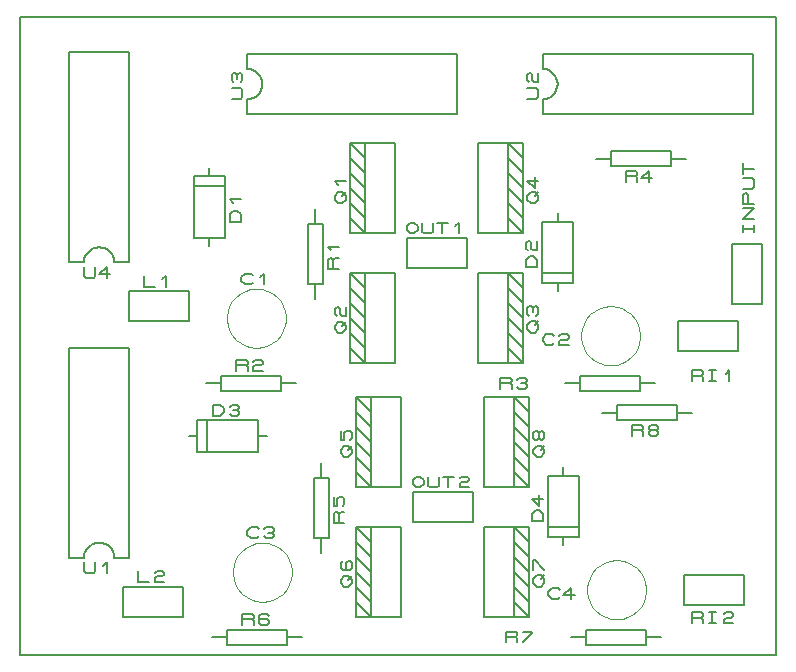
<source format=gbr>
G04 PROTEUS GERBER X2 FILE*
%TF.GenerationSoftware,Labcenter,Proteus,8.13-SP0-Build31525*%
%TF.CreationDate,2022-07-19T09:54:05+00:00*%
%TF.FileFunction,Legend,Top*%
%TF.FilePolarity,Positive*%
%TF.Part,Single*%
%TF.SameCoordinates,{6f39dd04-efa5-45c4-8082-559ce8106841}*%
%FSLAX45Y45*%
%MOMM*%
G01*
%TA.AperFunction,Material*%
%ADD19C,0.203200*%
%ADD70C,0.120000*%
%TA.AperFunction,Profile*%
%ADD18C,0.203200*%
%TD.AperFunction*%
D19*
X-6127000Y+8273000D02*
X-5619000Y+8273000D01*
X-5619000Y+8527000D01*
X-6127000Y+8527000D01*
X-6127000Y+8273000D01*
X-6127000Y+8628600D02*
X-6095250Y+8659080D01*
X-6063500Y+8659080D01*
X-6031750Y+8628600D01*
X-6031750Y+8598120D01*
X-6063500Y+8567640D01*
X-6095250Y+8567640D01*
X-6127000Y+8598120D01*
X-6127000Y+8628600D01*
X-6000000Y+8659080D02*
X-6000000Y+8582880D01*
X-5984125Y+8567640D01*
X-5920625Y+8567640D01*
X-5904750Y+8582880D01*
X-5904750Y+8659080D01*
X-5873000Y+8659080D02*
X-5777750Y+8659080D01*
X-5825375Y+8659080D02*
X-5825375Y+8567640D01*
X-5714250Y+8628600D02*
X-5682500Y+8659080D01*
X-5682500Y+8567640D01*
X-6477000Y+8569000D02*
X-6223000Y+8569000D01*
X-6223000Y+9331000D01*
X-6477000Y+9331000D01*
X-6477000Y+8569000D01*
X-6604000Y+8569000D01*
X-6604000Y+9331000D01*
X-6477000Y+9331000D01*
X-6477000Y+8569000D02*
X-6604000Y+8696000D01*
X-6477000Y+8696000D02*
X-6604000Y+8823000D01*
X-6477000Y+8823000D02*
X-6604000Y+8950000D01*
X-6477000Y+8950000D02*
X-6604000Y+9077000D01*
X-6477000Y+9077000D02*
X-6604000Y+9204000D01*
X-6477000Y+9204000D02*
X-6604000Y+9331000D01*
X-6705600Y+8823000D02*
X-6736080Y+8854750D01*
X-6736080Y+8886500D01*
X-6705600Y+8918250D01*
X-6675120Y+8918250D01*
X-6644640Y+8886500D01*
X-6644640Y+8854750D01*
X-6675120Y+8823000D01*
X-6705600Y+8823000D01*
X-6675120Y+8886500D02*
X-6644640Y+8918250D01*
X-6705600Y+8981750D02*
X-6736080Y+9013500D01*
X-6644640Y+9013500D01*
X-6477000Y+7469000D02*
X-6223000Y+7469000D01*
X-6223000Y+8231000D01*
X-6477000Y+8231000D01*
X-6477000Y+7469000D01*
X-6604000Y+7469000D01*
X-6604000Y+8231000D01*
X-6477000Y+8231000D01*
X-6477000Y+7469000D02*
X-6604000Y+7596000D01*
X-6477000Y+7596000D02*
X-6604000Y+7723000D01*
X-6477000Y+7723000D02*
X-6604000Y+7850000D01*
X-6477000Y+7850000D02*
X-6604000Y+7977000D01*
X-6477000Y+7977000D02*
X-6604000Y+8104000D01*
X-6477000Y+8104000D02*
X-6604000Y+8231000D01*
X-6705600Y+7723000D02*
X-6736080Y+7754750D01*
X-6736080Y+7786500D01*
X-6705600Y+7818250D01*
X-6675120Y+7818250D01*
X-6644640Y+7786500D01*
X-6644640Y+7754750D01*
X-6675120Y+7723000D01*
X-6705600Y+7723000D01*
X-6675120Y+7786500D02*
X-6644640Y+7818250D01*
X-6720840Y+7865875D02*
X-6736080Y+7881750D01*
X-6736080Y+7929375D01*
X-6720840Y+7945250D01*
X-6705600Y+7945250D01*
X-6690360Y+7929375D01*
X-6690360Y+7881750D01*
X-6675120Y+7865875D01*
X-6644640Y+7865875D01*
X-6644640Y+7945250D01*
X-5527000Y+7473000D02*
X-5273000Y+7473000D01*
X-5273000Y+8235000D01*
X-5527000Y+8235000D01*
X-5527000Y+7473000D01*
X-5273000Y+8235000D02*
X-5146000Y+8235000D01*
X-5146000Y+7473000D01*
X-5273000Y+7473000D01*
X-5273000Y+8235000D02*
X-5146000Y+8108000D01*
X-5273000Y+8108000D02*
X-5146000Y+7981000D01*
X-5273000Y+7981000D02*
X-5146000Y+7854000D01*
X-5273000Y+7854000D02*
X-5146000Y+7727000D01*
X-5273000Y+7727000D02*
X-5146000Y+7600000D01*
X-5273000Y+7600000D02*
X-5146000Y+7473000D01*
X-5074880Y+7727000D02*
X-5105360Y+7758750D01*
X-5105360Y+7790500D01*
X-5074880Y+7822250D01*
X-5044400Y+7822250D01*
X-5013920Y+7790500D01*
X-5013920Y+7758750D01*
X-5044400Y+7727000D01*
X-5074880Y+7727000D01*
X-5044400Y+7790500D02*
X-5013920Y+7822250D01*
X-5090120Y+7869875D02*
X-5105360Y+7885750D01*
X-5105360Y+7933375D01*
X-5090120Y+7949250D01*
X-5074880Y+7949250D01*
X-5059640Y+7933375D01*
X-5044400Y+7949250D01*
X-5029160Y+7949250D01*
X-5013920Y+7933375D01*
X-5013920Y+7885750D01*
X-5029160Y+7869875D01*
X-5059640Y+7901625D02*
X-5059640Y+7933375D01*
X-5527000Y+8569000D02*
X-5273000Y+8569000D01*
X-5273000Y+9331000D01*
X-5527000Y+9331000D01*
X-5527000Y+8569000D01*
X-5273000Y+9331000D02*
X-5146000Y+9331000D01*
X-5146000Y+8569000D01*
X-5273000Y+8569000D01*
X-5273000Y+9331000D02*
X-5146000Y+9204000D01*
X-5273000Y+9204000D02*
X-5146000Y+9077000D01*
X-5273000Y+9077000D02*
X-5146000Y+8950000D01*
X-5273000Y+8950000D02*
X-5146000Y+8823000D01*
X-5273000Y+8823000D02*
X-5146000Y+8696000D01*
X-5273000Y+8696000D02*
X-5146000Y+8569000D01*
X-5074880Y+8823000D02*
X-5105360Y+8854750D01*
X-5105360Y+8886500D01*
X-5074880Y+8918250D01*
X-5044400Y+8918250D01*
X-5013920Y+8886500D01*
X-5013920Y+8854750D01*
X-5044400Y+8823000D01*
X-5074880Y+8823000D01*
X-5044400Y+8886500D02*
X-5013920Y+8918250D01*
X-5044400Y+9045250D02*
X-5044400Y+8950000D01*
X-5105360Y+9013500D01*
X-5013920Y+9013500D01*
X-6900000Y+8773000D02*
X-6900000Y+8646000D01*
X-6963500Y+8138000D02*
X-6836500Y+8138000D01*
X-6836500Y+8646000D01*
X-6963500Y+8646000D01*
X-6963500Y+8138000D01*
X-6900000Y+8138000D02*
X-6900000Y+8011000D01*
X-6704420Y+8265000D02*
X-6795860Y+8265000D01*
X-6795860Y+8344375D01*
X-6780620Y+8360250D01*
X-6765380Y+8360250D01*
X-6750140Y+8344375D01*
X-6750140Y+8265000D01*
X-6750140Y+8344375D02*
X-6734900Y+8360250D01*
X-6704420Y+8360250D01*
X-6765380Y+8423750D02*
X-6795860Y+8455500D01*
X-6704420Y+8455500D01*
X-7932080Y+8532920D02*
X-7665380Y+8532920D01*
X-7665380Y+9051080D01*
X-7932080Y+9051080D01*
X-7932080Y+8532920D01*
X-7667920Y+8969800D02*
X-7929540Y+8969800D01*
X-7800000Y+9122200D02*
X-7800000Y+9051080D01*
X-7800000Y+8532920D02*
X-7800000Y+8461800D01*
X-7533300Y+8665000D02*
X-7624740Y+8665000D01*
X-7624740Y+8728500D01*
X-7594260Y+8760250D01*
X-7563780Y+8760250D01*
X-7533300Y+8728500D01*
X-7533300Y+8665000D01*
X-7594260Y+8823750D02*
X-7624740Y+8855500D01*
X-7533300Y+8855500D01*
X-7823000Y+7300000D02*
X-7696000Y+7300000D01*
X-7696000Y+7236500D02*
X-7188000Y+7236500D01*
X-7188000Y+7363500D01*
X-7696000Y+7363500D01*
X-7696000Y+7236500D01*
X-7188000Y+7300000D02*
X-7061000Y+7300000D01*
X-7569000Y+7404140D02*
X-7569000Y+7495580D01*
X-7489625Y+7495580D01*
X-7473750Y+7480340D01*
X-7473750Y+7465100D01*
X-7489625Y+7449860D01*
X-7569000Y+7449860D01*
X-7489625Y+7449860D02*
X-7473750Y+7434620D01*
X-7473750Y+7404140D01*
X-7426125Y+7480340D02*
X-7410250Y+7495580D01*
X-7362625Y+7495580D01*
X-7346750Y+7480340D01*
X-7346750Y+7465100D01*
X-7362625Y+7449860D01*
X-7410250Y+7449860D01*
X-7426125Y+7434620D01*
X-7426125Y+7404140D01*
X-7346750Y+7404140D01*
X-3761000Y+9200000D02*
X-3888000Y+9200000D01*
X-4396000Y+9136500D02*
X-3888000Y+9136500D01*
X-3888000Y+9263500D01*
X-4396000Y+9263500D01*
X-4396000Y+9136500D01*
X-4396000Y+9200000D02*
X-4523000Y+9200000D01*
X-4269000Y+9004420D02*
X-4269000Y+9095860D01*
X-4189625Y+9095860D01*
X-4173750Y+9080620D01*
X-4173750Y+9065380D01*
X-4189625Y+9050140D01*
X-4269000Y+9050140D01*
X-4189625Y+9050140D02*
X-4173750Y+9034900D01*
X-4173750Y+9004420D01*
X-4046750Y+9034900D02*
X-4142000Y+9034900D01*
X-4078500Y+9095860D01*
X-4078500Y+9004420D01*
X-4789000Y+7300000D02*
X-4662000Y+7300000D01*
X-4662000Y+7236500D02*
X-4154000Y+7236500D01*
X-4154000Y+7363500D01*
X-4662000Y+7363500D01*
X-4662000Y+7236500D01*
X-4154000Y+7300000D02*
X-4027000Y+7300000D01*
X-5335000Y+7254140D02*
X-5335000Y+7345580D01*
X-5255625Y+7345580D01*
X-5239750Y+7330340D01*
X-5239750Y+7315100D01*
X-5255625Y+7299860D01*
X-5335000Y+7299860D01*
X-5255625Y+7299860D02*
X-5239750Y+7284620D01*
X-5239750Y+7254140D01*
X-5192125Y+7330340D02*
X-5176250Y+7345580D01*
X-5128625Y+7345580D01*
X-5112750Y+7330340D01*
X-5112750Y+7315100D01*
X-5128625Y+7299860D01*
X-5112750Y+7284620D01*
X-5112750Y+7269380D01*
X-5128625Y+7254140D01*
X-5176250Y+7254140D01*
X-5192125Y+7269380D01*
X-5160375Y+7299860D02*
X-5128625Y+7299860D01*
D70*
X-7150000Y+7850000D02*
X-7150815Y+7870171D01*
X-7157434Y+7910514D01*
X-7171247Y+7950857D01*
X-7193693Y+7991200D01*
X-7227990Y+8031418D01*
X-7268333Y+8062518D01*
X-7308676Y+8082723D01*
X-7349019Y+8094747D01*
X-7389362Y+8099774D01*
X-7400000Y+8100000D01*
X-7650000Y+7850000D02*
X-7649185Y+7870171D01*
X-7642566Y+7910514D01*
X-7628753Y+7950857D01*
X-7606307Y+7991200D01*
X-7572010Y+8031418D01*
X-7531667Y+8062518D01*
X-7491324Y+8082723D01*
X-7450981Y+8094747D01*
X-7410638Y+8099774D01*
X-7400000Y+8100000D01*
X-7650000Y+7850000D02*
X-7649185Y+7829829D01*
X-7642566Y+7789486D01*
X-7628753Y+7749143D01*
X-7606307Y+7708800D01*
X-7572010Y+7668582D01*
X-7531667Y+7637482D01*
X-7491324Y+7617277D01*
X-7450981Y+7605253D01*
X-7410638Y+7600226D01*
X-7400000Y+7600000D01*
X-7150000Y+7850000D02*
X-7150815Y+7829829D01*
X-7157434Y+7789486D01*
X-7171247Y+7749143D01*
X-7193693Y+7708800D01*
X-7227990Y+7668582D01*
X-7268333Y+7637482D01*
X-7308676Y+7617277D01*
X-7349019Y+7605253D01*
X-7389362Y+7600226D01*
X-7400000Y+7600000D01*
D19*
X-7431750Y+8151720D02*
X-7447625Y+8136480D01*
X-7495250Y+8136480D01*
X-7527000Y+8166960D01*
X-7527000Y+8197440D01*
X-7495250Y+8227920D01*
X-7447625Y+8227920D01*
X-7431750Y+8212680D01*
X-7368250Y+8197440D02*
X-7336500Y+8227920D01*
X-7336500Y+8136480D01*
D70*
X-4150000Y+7700000D02*
X-4150815Y+7720171D01*
X-4157434Y+7760514D01*
X-4171247Y+7800857D01*
X-4193693Y+7841200D01*
X-4227990Y+7881418D01*
X-4268333Y+7912518D01*
X-4308676Y+7932723D01*
X-4349019Y+7944747D01*
X-4389362Y+7949774D01*
X-4400000Y+7950000D01*
X-4650000Y+7700000D02*
X-4649185Y+7720171D01*
X-4642566Y+7760514D01*
X-4628753Y+7800857D01*
X-4606307Y+7841200D01*
X-4572010Y+7881418D01*
X-4531667Y+7912518D01*
X-4491324Y+7932723D01*
X-4450981Y+7944747D01*
X-4410638Y+7949774D01*
X-4400000Y+7950000D01*
X-4650000Y+7700000D02*
X-4649185Y+7679829D01*
X-4642566Y+7639486D01*
X-4628753Y+7599143D01*
X-4606307Y+7558800D01*
X-4572010Y+7518582D01*
X-4531667Y+7487482D01*
X-4491324Y+7467277D01*
X-4450981Y+7455253D01*
X-4410638Y+7450226D01*
X-4400000Y+7450000D01*
X-4150000Y+7700000D02*
X-4150815Y+7679829D01*
X-4157434Y+7639486D01*
X-4171247Y+7599143D01*
X-4193693Y+7558800D01*
X-4227990Y+7518582D01*
X-4268333Y+7487482D01*
X-4308676Y+7467277D01*
X-4349019Y+7455253D01*
X-4389362Y+7450226D01*
X-4400000Y+7450000D01*
D19*
X-4881750Y+7637320D02*
X-4897625Y+7622080D01*
X-4945250Y+7622080D01*
X-4977000Y+7652560D01*
X-4977000Y+7683040D01*
X-4945250Y+7713520D01*
X-4897625Y+7713520D01*
X-4881750Y+7698280D01*
X-4834125Y+7698280D02*
X-4818250Y+7713520D01*
X-4770625Y+7713520D01*
X-4754750Y+7698280D01*
X-4754750Y+7683040D01*
X-4770625Y+7667800D01*
X-4818250Y+7667800D01*
X-4834125Y+7652560D01*
X-4834125Y+7622080D01*
X-4754750Y+7622080D01*
X-4984620Y+8148920D02*
X-4717920Y+8148920D01*
X-4717920Y+8667080D01*
X-4984620Y+8667080D01*
X-4984620Y+8148920D01*
X-4982080Y+8230200D02*
X-4720460Y+8230200D01*
X-4850000Y+8077800D02*
X-4850000Y+8148920D01*
X-4850000Y+8667080D02*
X-4850000Y+8738200D01*
X-5025260Y+8281000D02*
X-5116700Y+8281000D01*
X-5116700Y+8344500D01*
X-5086220Y+8376250D01*
X-5055740Y+8376250D01*
X-5025260Y+8344500D01*
X-5025260Y+8281000D01*
X-5101460Y+8423875D02*
X-5116700Y+8439750D01*
X-5116700Y+8487375D01*
X-5101460Y+8503250D01*
X-5086220Y+8503250D01*
X-5070980Y+8487375D01*
X-5070980Y+8439750D01*
X-5055740Y+8423875D01*
X-5025260Y+8423875D01*
X-5025260Y+8503250D01*
X-8481000Y+7823000D02*
X-7973000Y+7823000D01*
X-7973000Y+8077000D01*
X-8481000Y+8077000D01*
X-8481000Y+7823000D01*
X-8354000Y+8209080D02*
X-8354000Y+8117640D01*
X-8258750Y+8117640D01*
X-8195250Y+8178600D02*
X-8163500Y+8209080D01*
X-8163500Y+8117640D01*
X-3827000Y+7573000D02*
X-3319000Y+7573000D01*
X-3319000Y+7827000D01*
X-3827000Y+7827000D01*
X-3827000Y+7573000D01*
X-3713500Y+7317640D02*
X-3713500Y+7409080D01*
X-3634125Y+7409080D01*
X-3618250Y+7393840D01*
X-3618250Y+7378600D01*
X-3634125Y+7363360D01*
X-3713500Y+7363360D01*
X-3634125Y+7363360D02*
X-3618250Y+7348120D01*
X-3618250Y+7317640D01*
X-3570625Y+7409080D02*
X-3507125Y+7409080D01*
X-3538875Y+7409080D02*
X-3538875Y+7317640D01*
X-3570625Y+7317640D02*
X-3507125Y+7317640D01*
X-3427750Y+7378600D02*
X-3396000Y+7409080D01*
X-3396000Y+7317640D01*
X-3377000Y+7969000D02*
X-3123000Y+7969000D01*
X-3123000Y+8477000D01*
X-3377000Y+8477000D01*
X-3377000Y+7969000D01*
X-3282360Y+8575375D02*
X-3282360Y+8638875D01*
X-3282360Y+8607125D02*
X-3190920Y+8607125D01*
X-3190920Y+8575375D02*
X-3190920Y+8638875D01*
X-3190920Y+8686500D02*
X-3282360Y+8686500D01*
X-3190920Y+8781750D01*
X-3282360Y+8781750D01*
X-3190920Y+8813500D02*
X-3282360Y+8813500D01*
X-3282360Y+8892875D01*
X-3267120Y+8908750D01*
X-3251880Y+8908750D01*
X-3236640Y+8892875D01*
X-3236640Y+8813500D01*
X-3282360Y+8940500D02*
X-3206160Y+8940500D01*
X-3190920Y+8956375D01*
X-3190920Y+9019875D01*
X-3206160Y+9035750D01*
X-3282360Y+9035750D01*
X-3282360Y+9067500D02*
X-3282360Y+9162750D01*
X-3282360Y+9115125D02*
X-3190920Y+9115125D01*
D18*
X-9400000Y+5000000D02*
X-3000000Y+5000000D01*
X-3000000Y+10400000D01*
X-9400000Y+10400000D01*
X-9400000Y+5000000D01*
D19*
X-6077000Y+6123000D02*
X-5569000Y+6123000D01*
X-5569000Y+6377000D01*
X-6077000Y+6377000D01*
X-6077000Y+6123000D01*
X-6077000Y+6478600D02*
X-6045250Y+6509080D01*
X-6013500Y+6509080D01*
X-5981750Y+6478600D01*
X-5981750Y+6448120D01*
X-6013500Y+6417640D01*
X-6045250Y+6417640D01*
X-6077000Y+6448120D01*
X-6077000Y+6478600D01*
X-5950000Y+6509080D02*
X-5950000Y+6432880D01*
X-5934125Y+6417640D01*
X-5870625Y+6417640D01*
X-5854750Y+6432880D01*
X-5854750Y+6509080D01*
X-5823000Y+6509080D02*
X-5727750Y+6509080D01*
X-5775375Y+6509080D02*
X-5775375Y+6417640D01*
X-5680125Y+6493840D02*
X-5664250Y+6509080D01*
X-5616625Y+6509080D01*
X-5600750Y+6493840D01*
X-5600750Y+6478600D01*
X-5616625Y+6463360D01*
X-5664250Y+6463360D01*
X-5680125Y+6448120D01*
X-5680125Y+6417640D01*
X-5600750Y+6417640D01*
X-6427000Y+6419000D02*
X-6173000Y+6419000D01*
X-6173000Y+7181000D01*
X-6427000Y+7181000D01*
X-6427000Y+6419000D01*
X-6554000Y+6419000D01*
X-6554000Y+7181000D01*
X-6427000Y+7181000D01*
X-6427000Y+6419000D02*
X-6554000Y+6546000D01*
X-6427000Y+6546000D02*
X-6554000Y+6673000D01*
X-6427000Y+6673000D02*
X-6554000Y+6800000D01*
X-6427000Y+6800000D02*
X-6554000Y+6927000D01*
X-6427000Y+6927000D02*
X-6554000Y+7054000D01*
X-6427000Y+7054000D02*
X-6554000Y+7181000D01*
X-6655600Y+6673000D02*
X-6686080Y+6704750D01*
X-6686080Y+6736500D01*
X-6655600Y+6768250D01*
X-6625120Y+6768250D01*
X-6594640Y+6736500D01*
X-6594640Y+6704750D01*
X-6625120Y+6673000D01*
X-6655600Y+6673000D01*
X-6625120Y+6736500D02*
X-6594640Y+6768250D01*
X-6686080Y+6895250D02*
X-6686080Y+6815875D01*
X-6655600Y+6815875D01*
X-6655600Y+6879375D01*
X-6640360Y+6895250D01*
X-6609880Y+6895250D01*
X-6594640Y+6879375D01*
X-6594640Y+6831750D01*
X-6609880Y+6815875D01*
X-6427000Y+5319000D02*
X-6173000Y+5319000D01*
X-6173000Y+6081000D01*
X-6427000Y+6081000D01*
X-6427000Y+5319000D01*
X-6554000Y+5319000D01*
X-6554000Y+6081000D01*
X-6427000Y+6081000D01*
X-6427000Y+5319000D02*
X-6554000Y+5446000D01*
X-6427000Y+5446000D02*
X-6554000Y+5573000D01*
X-6427000Y+5573000D02*
X-6554000Y+5700000D01*
X-6427000Y+5700000D02*
X-6554000Y+5827000D01*
X-6427000Y+5827000D02*
X-6554000Y+5954000D01*
X-6427000Y+5954000D02*
X-6554000Y+6081000D01*
X-6655600Y+5573000D02*
X-6686080Y+5604750D01*
X-6686080Y+5636500D01*
X-6655600Y+5668250D01*
X-6625120Y+5668250D01*
X-6594640Y+5636500D01*
X-6594640Y+5604750D01*
X-6625120Y+5573000D01*
X-6655600Y+5573000D01*
X-6625120Y+5636500D02*
X-6594640Y+5668250D01*
X-6670840Y+5795250D02*
X-6686080Y+5779375D01*
X-6686080Y+5731750D01*
X-6670840Y+5715875D01*
X-6609880Y+5715875D01*
X-6594640Y+5731750D01*
X-6594640Y+5779375D01*
X-6609880Y+5795250D01*
X-6625120Y+5795250D01*
X-6640360Y+5779375D01*
X-6640360Y+5715875D01*
X-5477000Y+5323000D02*
X-5223000Y+5323000D01*
X-5223000Y+6085000D01*
X-5477000Y+6085000D01*
X-5477000Y+5323000D01*
X-5223000Y+6085000D02*
X-5096000Y+6085000D01*
X-5096000Y+5323000D01*
X-5223000Y+5323000D01*
X-5223000Y+6085000D02*
X-5096000Y+5958000D01*
X-5223000Y+5958000D02*
X-5096000Y+5831000D01*
X-5223000Y+5831000D02*
X-5096000Y+5704000D01*
X-5223000Y+5704000D02*
X-5096000Y+5577000D01*
X-5223000Y+5577000D02*
X-5096000Y+5450000D01*
X-5223000Y+5450000D02*
X-5096000Y+5323000D01*
X-5024880Y+5577000D02*
X-5055360Y+5608750D01*
X-5055360Y+5640500D01*
X-5024880Y+5672250D01*
X-4994400Y+5672250D01*
X-4963920Y+5640500D01*
X-4963920Y+5608750D01*
X-4994400Y+5577000D01*
X-5024880Y+5577000D01*
X-4994400Y+5640500D02*
X-4963920Y+5672250D01*
X-5055360Y+5719875D02*
X-5055360Y+5799250D01*
X-5040120Y+5799250D01*
X-4963920Y+5719875D01*
X-5477000Y+6419000D02*
X-5223000Y+6419000D01*
X-5223000Y+7181000D01*
X-5477000Y+7181000D01*
X-5477000Y+6419000D01*
X-5223000Y+7181000D02*
X-5096000Y+7181000D01*
X-5096000Y+6419000D01*
X-5223000Y+6419000D01*
X-5223000Y+7181000D02*
X-5096000Y+7054000D01*
X-5223000Y+7054000D02*
X-5096000Y+6927000D01*
X-5223000Y+6927000D02*
X-5096000Y+6800000D01*
X-5223000Y+6800000D02*
X-5096000Y+6673000D01*
X-5223000Y+6673000D02*
X-5096000Y+6546000D01*
X-5223000Y+6546000D02*
X-5096000Y+6419000D01*
X-5024880Y+6673000D02*
X-5055360Y+6704750D01*
X-5055360Y+6736500D01*
X-5024880Y+6768250D01*
X-4994400Y+6768250D01*
X-4963920Y+6736500D01*
X-4963920Y+6704750D01*
X-4994400Y+6673000D01*
X-5024880Y+6673000D01*
X-4994400Y+6736500D02*
X-4963920Y+6768250D01*
X-5009640Y+6831750D02*
X-5024880Y+6815875D01*
X-5040120Y+6815875D01*
X-5055360Y+6831750D01*
X-5055360Y+6879375D01*
X-5040120Y+6895250D01*
X-5024880Y+6895250D01*
X-5009640Y+6879375D01*
X-5009640Y+6831750D01*
X-4994400Y+6815875D01*
X-4979160Y+6815875D01*
X-4963920Y+6831750D01*
X-4963920Y+6879375D01*
X-4979160Y+6895250D01*
X-4994400Y+6895250D01*
X-5009640Y+6879375D01*
X-6850000Y+6623000D02*
X-6850000Y+6496000D01*
X-6913500Y+5988000D02*
X-6786500Y+5988000D01*
X-6786500Y+6496000D01*
X-6913500Y+6496000D01*
X-6913500Y+5988000D01*
X-6850000Y+5988000D02*
X-6850000Y+5861000D01*
X-6654420Y+6115000D02*
X-6745860Y+6115000D01*
X-6745860Y+6194375D01*
X-6730620Y+6210250D01*
X-6715380Y+6210250D01*
X-6700140Y+6194375D01*
X-6700140Y+6115000D01*
X-6700140Y+6194375D02*
X-6684900Y+6210250D01*
X-6654420Y+6210250D01*
X-6745860Y+6337250D02*
X-6745860Y+6257875D01*
X-6715380Y+6257875D01*
X-6715380Y+6321375D01*
X-6700140Y+6337250D01*
X-6669660Y+6337250D01*
X-6654420Y+6321375D01*
X-6654420Y+6273750D01*
X-6669660Y+6257875D01*
X-7901080Y+6717920D02*
X-7382920Y+6717920D01*
X-7382920Y+6984620D01*
X-7901080Y+6984620D01*
X-7901080Y+6717920D01*
X-7819800Y+6982080D02*
X-7819800Y+6720460D01*
X-7972200Y+6850000D02*
X-7901080Y+6850000D01*
X-7382920Y+6850000D02*
X-7311800Y+6850000D01*
X-7769000Y+7025260D02*
X-7769000Y+7116700D01*
X-7705500Y+7116700D01*
X-7673750Y+7086220D01*
X-7673750Y+7055740D01*
X-7705500Y+7025260D01*
X-7769000Y+7025260D01*
X-7626125Y+7101460D02*
X-7610250Y+7116700D01*
X-7562625Y+7116700D01*
X-7546750Y+7101460D01*
X-7546750Y+7086220D01*
X-7562625Y+7070980D01*
X-7546750Y+7055740D01*
X-7546750Y+7040500D01*
X-7562625Y+7025260D01*
X-7610250Y+7025260D01*
X-7626125Y+7040500D01*
X-7594375Y+7070980D02*
X-7562625Y+7070980D01*
X-7773000Y+5150000D02*
X-7646000Y+5150000D01*
X-7646000Y+5086500D02*
X-7138000Y+5086500D01*
X-7138000Y+5213500D01*
X-7646000Y+5213500D01*
X-7646000Y+5086500D01*
X-7138000Y+5150000D02*
X-7011000Y+5150000D01*
X-7519000Y+5254140D02*
X-7519000Y+5345580D01*
X-7439625Y+5345580D01*
X-7423750Y+5330340D01*
X-7423750Y+5315100D01*
X-7439625Y+5299860D01*
X-7519000Y+5299860D01*
X-7439625Y+5299860D02*
X-7423750Y+5284620D01*
X-7423750Y+5254140D01*
X-7296750Y+5330340D02*
X-7312625Y+5345580D01*
X-7360250Y+5345580D01*
X-7376125Y+5330340D01*
X-7376125Y+5269380D01*
X-7360250Y+5254140D01*
X-7312625Y+5254140D01*
X-7296750Y+5269380D01*
X-7296750Y+5284620D01*
X-7312625Y+5299860D01*
X-7376125Y+5299860D01*
X-3711000Y+7050000D02*
X-3838000Y+7050000D01*
X-4346000Y+6986500D02*
X-3838000Y+6986500D01*
X-3838000Y+7113500D01*
X-4346000Y+7113500D01*
X-4346000Y+6986500D01*
X-4346000Y+7050000D02*
X-4473000Y+7050000D01*
X-4219000Y+6854420D02*
X-4219000Y+6945860D01*
X-4139625Y+6945860D01*
X-4123750Y+6930620D01*
X-4123750Y+6915380D01*
X-4139625Y+6900140D01*
X-4219000Y+6900140D01*
X-4139625Y+6900140D02*
X-4123750Y+6884900D01*
X-4123750Y+6854420D01*
X-4060250Y+6900140D02*
X-4076125Y+6915380D01*
X-4076125Y+6930620D01*
X-4060250Y+6945860D01*
X-4012625Y+6945860D01*
X-3996750Y+6930620D01*
X-3996750Y+6915380D01*
X-4012625Y+6900140D01*
X-4060250Y+6900140D01*
X-4076125Y+6884900D01*
X-4076125Y+6869660D01*
X-4060250Y+6854420D01*
X-4012625Y+6854420D01*
X-3996750Y+6869660D01*
X-3996750Y+6884900D01*
X-4012625Y+6900140D01*
X-4739000Y+5150000D02*
X-4612000Y+5150000D01*
X-4612000Y+5086500D02*
X-4104000Y+5086500D01*
X-4104000Y+5213500D01*
X-4612000Y+5213500D01*
X-4612000Y+5086500D01*
X-4104000Y+5150000D02*
X-3977000Y+5150000D01*
X-5285000Y+5104140D02*
X-5285000Y+5195580D01*
X-5205625Y+5195580D01*
X-5189750Y+5180340D01*
X-5189750Y+5165100D01*
X-5205625Y+5149860D01*
X-5285000Y+5149860D01*
X-5205625Y+5149860D02*
X-5189750Y+5134620D01*
X-5189750Y+5104140D01*
X-5142125Y+5195580D02*
X-5062750Y+5195580D01*
X-5062750Y+5180340D01*
X-5142125Y+5104140D01*
D70*
X-7100000Y+5700000D02*
X-7100815Y+5720171D01*
X-7107434Y+5760514D01*
X-7121247Y+5800857D01*
X-7143693Y+5841200D01*
X-7177990Y+5881418D01*
X-7218333Y+5912518D01*
X-7258676Y+5932723D01*
X-7299019Y+5944747D01*
X-7339362Y+5949774D01*
X-7350000Y+5950000D01*
X-7600000Y+5700000D02*
X-7599185Y+5720171D01*
X-7592566Y+5760514D01*
X-7578753Y+5800857D01*
X-7556307Y+5841200D01*
X-7522010Y+5881418D01*
X-7481667Y+5912518D01*
X-7441324Y+5932723D01*
X-7400981Y+5944747D01*
X-7360638Y+5949774D01*
X-7350000Y+5950000D01*
X-7600000Y+5700000D02*
X-7599185Y+5679829D01*
X-7592566Y+5639486D01*
X-7578753Y+5599143D01*
X-7556307Y+5558800D01*
X-7522010Y+5518582D01*
X-7481667Y+5487482D01*
X-7441324Y+5467277D01*
X-7400981Y+5455253D01*
X-7360638Y+5450226D01*
X-7350000Y+5450000D01*
X-7100000Y+5700000D02*
X-7100815Y+5679829D01*
X-7107434Y+5639486D01*
X-7121247Y+5599143D01*
X-7143693Y+5558800D01*
X-7177990Y+5518582D01*
X-7218333Y+5487482D01*
X-7258676Y+5467277D01*
X-7299019Y+5455253D01*
X-7339362Y+5450226D01*
X-7350000Y+5450000D01*
D19*
X-7381750Y+6001720D02*
X-7397625Y+5986480D01*
X-7445250Y+5986480D01*
X-7477000Y+6016960D01*
X-7477000Y+6047440D01*
X-7445250Y+6077920D01*
X-7397625Y+6077920D01*
X-7381750Y+6062680D01*
X-7334125Y+6062680D02*
X-7318250Y+6077920D01*
X-7270625Y+6077920D01*
X-7254750Y+6062680D01*
X-7254750Y+6047440D01*
X-7270625Y+6032200D01*
X-7254750Y+6016960D01*
X-7254750Y+6001720D01*
X-7270625Y+5986480D01*
X-7318250Y+5986480D01*
X-7334125Y+6001720D01*
X-7302375Y+6032200D02*
X-7270625Y+6032200D01*
D70*
X-4100000Y+5550000D02*
X-4100815Y+5570171D01*
X-4107434Y+5610514D01*
X-4121247Y+5650857D01*
X-4143693Y+5691200D01*
X-4177990Y+5731418D01*
X-4218333Y+5762518D01*
X-4258676Y+5782723D01*
X-4299019Y+5794747D01*
X-4339362Y+5799774D01*
X-4350000Y+5800000D01*
X-4600000Y+5550000D02*
X-4599185Y+5570171D01*
X-4592566Y+5610514D01*
X-4578753Y+5650857D01*
X-4556307Y+5691200D01*
X-4522010Y+5731418D01*
X-4481667Y+5762518D01*
X-4441324Y+5782723D01*
X-4400981Y+5794747D01*
X-4360638Y+5799774D01*
X-4350000Y+5800000D01*
X-4600000Y+5550000D02*
X-4599185Y+5529829D01*
X-4592566Y+5489486D01*
X-4578753Y+5449143D01*
X-4556307Y+5408800D01*
X-4522010Y+5368582D01*
X-4481667Y+5337482D01*
X-4441324Y+5317277D01*
X-4400981Y+5305253D01*
X-4360638Y+5300226D01*
X-4350000Y+5300000D01*
X-4100000Y+5550000D02*
X-4100815Y+5529829D01*
X-4107434Y+5489486D01*
X-4121247Y+5449143D01*
X-4143693Y+5408800D01*
X-4177990Y+5368582D01*
X-4218333Y+5337482D01*
X-4258676Y+5317277D01*
X-4299019Y+5305253D01*
X-4339362Y+5300226D01*
X-4350000Y+5300000D01*
D19*
X-4831750Y+5487320D02*
X-4847625Y+5472080D01*
X-4895250Y+5472080D01*
X-4927000Y+5502560D01*
X-4927000Y+5533040D01*
X-4895250Y+5563520D01*
X-4847625Y+5563520D01*
X-4831750Y+5548280D01*
X-4704750Y+5502560D02*
X-4800000Y+5502560D01*
X-4736500Y+5563520D01*
X-4736500Y+5472080D01*
X-4934620Y+5998920D02*
X-4667920Y+5998920D01*
X-4667920Y+6517080D01*
X-4934620Y+6517080D01*
X-4934620Y+5998920D01*
X-4932080Y+6080200D02*
X-4670460Y+6080200D01*
X-4800000Y+5927800D02*
X-4800000Y+5998920D01*
X-4800000Y+6517080D02*
X-4800000Y+6588200D01*
X-4975260Y+6131000D02*
X-5066700Y+6131000D01*
X-5066700Y+6194500D01*
X-5036220Y+6226250D01*
X-5005740Y+6226250D01*
X-4975260Y+6194500D01*
X-4975260Y+6131000D01*
X-5005740Y+6353250D02*
X-5005740Y+6258000D01*
X-5066700Y+6321500D01*
X-4975260Y+6321500D01*
X-8531000Y+5323000D02*
X-8023000Y+5323000D01*
X-8023000Y+5577000D01*
X-8531000Y+5577000D01*
X-8531000Y+5323000D01*
X-8404000Y+5709080D02*
X-8404000Y+5617640D01*
X-8308750Y+5617640D01*
X-8261125Y+5693840D02*
X-8245250Y+5709080D01*
X-8197625Y+5709080D01*
X-8181750Y+5693840D01*
X-8181750Y+5678600D01*
X-8197625Y+5663360D01*
X-8245250Y+5663360D01*
X-8261125Y+5648120D01*
X-8261125Y+5617640D01*
X-8181750Y+5617640D01*
X-3777000Y+5423000D02*
X-3269000Y+5423000D01*
X-3269000Y+5677000D01*
X-3777000Y+5677000D01*
X-3777000Y+5423000D01*
X-3713500Y+5267640D02*
X-3713500Y+5359080D01*
X-3634125Y+5359080D01*
X-3618250Y+5343840D01*
X-3618250Y+5328600D01*
X-3634125Y+5313360D01*
X-3713500Y+5313360D01*
X-3634125Y+5313360D02*
X-3618250Y+5298120D01*
X-3618250Y+5267640D01*
X-3570625Y+5359080D02*
X-3507125Y+5359080D01*
X-3538875Y+5359080D02*
X-3538875Y+5267640D01*
X-3570625Y+5267640D02*
X-3507125Y+5267640D01*
X-3443625Y+5343840D02*
X-3427750Y+5359080D01*
X-3380125Y+5359080D01*
X-3364250Y+5343840D01*
X-3364250Y+5328600D01*
X-3380125Y+5313360D01*
X-3427750Y+5313360D01*
X-3443625Y+5298120D01*
X-3443625Y+5267640D01*
X-3364250Y+5267640D01*
X-8858000Y+5823000D02*
X-8985000Y+5823000D01*
X-8477000Y+5823000D02*
X-8604000Y+5823000D01*
X-8731000Y+5950000D02*
X-8756876Y+5947564D01*
X-8780848Y+5940515D01*
X-8802438Y+5929238D01*
X-8821170Y+5914122D01*
X-8836569Y+5895554D01*
X-8848158Y+5873919D01*
X-8855460Y+5849606D01*
X-8858000Y+5823000D01*
X-8731000Y+5950000D02*
X-8704394Y+5947564D01*
X-8680081Y+5940515D01*
X-8658446Y+5929238D01*
X-8639878Y+5914122D01*
X-8624762Y+5895554D01*
X-8613485Y+5873919D01*
X-8606436Y+5849606D01*
X-8604000Y+5823000D01*
X-8477000Y+5823000D02*
X-8477000Y+7601000D01*
X-8985000Y+7601000D01*
X-8985000Y+5823000D01*
X-8858000Y+5782360D02*
X-8858000Y+5706160D01*
X-8842125Y+5690920D01*
X-8778625Y+5690920D01*
X-8762750Y+5706160D01*
X-8762750Y+5782360D01*
X-8699250Y+5751880D02*
X-8667500Y+5782360D01*
X-8667500Y+5690920D01*
X-4977000Y+9958000D02*
X-4977000Y+10085000D01*
X-4977000Y+9577000D02*
X-4977000Y+9704000D01*
X-4850000Y+9831000D02*
X-4852436Y+9856876D01*
X-4859485Y+9880848D01*
X-4870762Y+9902438D01*
X-4885878Y+9921170D01*
X-4904446Y+9936569D01*
X-4926081Y+9948158D01*
X-4950394Y+9955460D01*
X-4977000Y+9958000D01*
X-4850000Y+9831000D02*
X-4852436Y+9804394D01*
X-4859485Y+9780081D01*
X-4870762Y+9758446D01*
X-4885878Y+9739878D01*
X-4904446Y+9724762D01*
X-4926081Y+9713485D01*
X-4950394Y+9706436D01*
X-4977000Y+9704000D01*
X-4977000Y+9577000D02*
X-3199000Y+9577000D01*
X-3199000Y+10085000D01*
X-4977000Y+10085000D01*
X-5109080Y+9704000D02*
X-5032880Y+9704000D01*
X-5017640Y+9719875D01*
X-5017640Y+9783375D01*
X-5032880Y+9799250D01*
X-5109080Y+9799250D01*
X-5093840Y+9846875D02*
X-5109080Y+9862750D01*
X-5109080Y+9910375D01*
X-5093840Y+9926250D01*
X-5078600Y+9926250D01*
X-5063360Y+9910375D01*
X-5063360Y+9862750D01*
X-5048120Y+9846875D01*
X-5017640Y+9846875D01*
X-5017640Y+9926250D01*
X-7477000Y+9958000D02*
X-7477000Y+10085000D01*
X-7477000Y+9577000D02*
X-7477000Y+9704000D01*
X-7350000Y+9831000D02*
X-7352436Y+9856876D01*
X-7359485Y+9880848D01*
X-7370762Y+9902438D01*
X-7385878Y+9921170D01*
X-7404446Y+9936569D01*
X-7426081Y+9948158D01*
X-7450394Y+9955460D01*
X-7477000Y+9958000D01*
X-7350000Y+9831000D02*
X-7352436Y+9804394D01*
X-7359485Y+9780081D01*
X-7370762Y+9758446D01*
X-7385878Y+9739878D01*
X-7404446Y+9724762D01*
X-7426081Y+9713485D01*
X-7450394Y+9706436D01*
X-7477000Y+9704000D01*
X-7477000Y+9577000D02*
X-5699000Y+9577000D01*
X-5699000Y+10085000D01*
X-7477000Y+10085000D01*
X-7609080Y+9704000D02*
X-7532880Y+9704000D01*
X-7517640Y+9719875D01*
X-7517640Y+9783375D01*
X-7532880Y+9799250D01*
X-7609080Y+9799250D01*
X-7593840Y+9846875D02*
X-7609080Y+9862750D01*
X-7609080Y+9910375D01*
X-7593840Y+9926250D01*
X-7578600Y+9926250D01*
X-7563360Y+9910375D01*
X-7548120Y+9926250D01*
X-7532880Y+9926250D01*
X-7517640Y+9910375D01*
X-7517640Y+9862750D01*
X-7532880Y+9846875D01*
X-7563360Y+9878625D02*
X-7563360Y+9910375D01*
X-8858000Y+8323000D02*
X-8985000Y+8323000D01*
X-8477000Y+8323000D02*
X-8604000Y+8323000D01*
X-8731000Y+8450000D02*
X-8756876Y+8447564D01*
X-8780848Y+8440515D01*
X-8802438Y+8429238D01*
X-8821170Y+8414122D01*
X-8836569Y+8395554D01*
X-8848158Y+8373919D01*
X-8855460Y+8349606D01*
X-8858000Y+8323000D01*
X-8731000Y+8450000D02*
X-8704394Y+8447564D01*
X-8680081Y+8440515D01*
X-8658446Y+8429238D01*
X-8639878Y+8414122D01*
X-8624762Y+8395554D01*
X-8613485Y+8373919D01*
X-8606436Y+8349606D01*
X-8604000Y+8323000D01*
X-8477000Y+8323000D02*
X-8477000Y+10101000D01*
X-8985000Y+10101000D01*
X-8985000Y+8323000D01*
X-8858000Y+8282360D02*
X-8858000Y+8206160D01*
X-8842125Y+8190920D01*
X-8778625Y+8190920D01*
X-8762750Y+8206160D01*
X-8762750Y+8282360D01*
X-8635750Y+8221400D02*
X-8731000Y+8221400D01*
X-8667500Y+8282360D01*
X-8667500Y+8190920D01*
M02*

</source>
